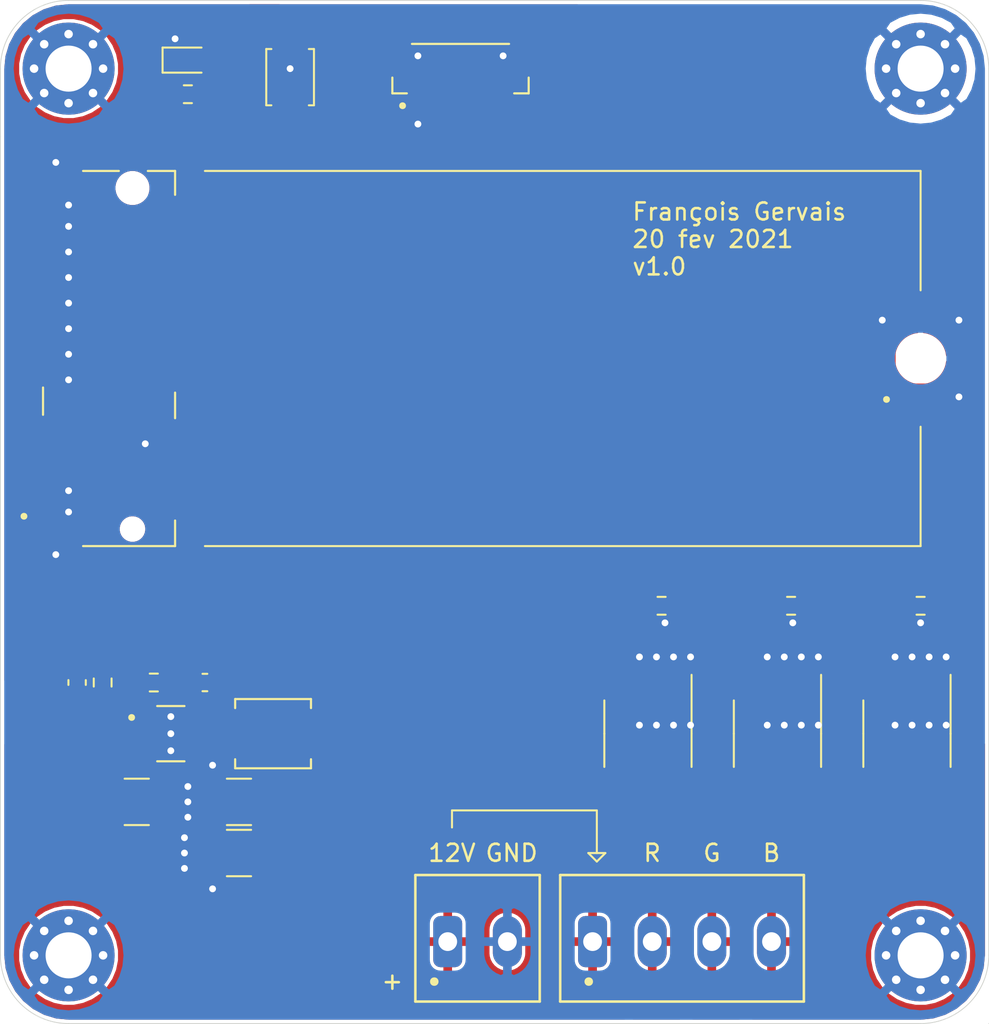
<source format=kicad_pcb>
(kicad_pcb (version 20171130) (host pcbnew 5.1.7-a382d34a8~88~ubuntu18.04.1)
  (layers (0 F.Cu signal) (31 B.Cu signal hide) (34 B.Paste user hide) (35 F.Paste user hide) (36 B.SilkS user) (37 F.SilkS user) (38 B.Mask user hide) (39 F.Mask user hide) (44 Edge.Cuts user))
  (net 0 "")
  (net 1 "Net-(J1-Pad73)")
  (net 2 "Net-(J1-Pad71)")
  (net 3 "Net-(J1-Pad70)")
  (net 4 "Net-(J1-Pad68)")
  (net 5 "Net-(J1-Pad67)")
  (net 6 "Net-(J1-Pad66)")
  (net 7 "Net-(J1-Pad65)")
  (net 8 "Net-(J1-Pad62)")
  (net 9 "Net-(J1-Pad56)")
  (net 10 "Net-(J1-Pad55)")
  (net 11 "Net-(J1-Pad54)")
  (net 12 "Net-(J1-Pad53)")
  (net 13 "Net-(J1-Pad52)")
  (net 14 "Net-(J1-Pad49)")
  (net 15 "Net-(J1-Pad48)")
  (net 16 "Net-(J1-Pad47)")
  (net 17 "Net-(J1-Pad46)")
  (net 18 "Net-(J1-Pad44)")
  (net 19 "Net-(J1-Pad42)")
  (net 20 "Net-(J1-Pad40)")
  (net 21 "Net-(J1-Pad38)")
  (net 22 "Net-(J1-Pad37)")
  (net 23 "Net-(J1-Pad35)")
  (net 24 "Net-(J1-Pad23)")
  (net 25 "Net-(J1-Pad21)")
  (net 26 "Net-(J1-Pad20)")
  (net 27 "Net-(J1-Pad17)")
  (net 28 "Net-(J1-Pad16)")
  (net 29 "Net-(J1-Pad9)")
  (net 30 "Net-(J1-Pad5)")
  (net 31 "Net-(J1-Pad3)")
  (net 32 "Net-(J1-Pad2)")
  (net 33 "Net-(J1-Pad4)")
  (net 34 "Net-(J1-Pad6)")
  (net 35 GND)
  (net 36 +5V)
  (net 37 /GPIO25-DAC1)
  (net 38 /GPIO26-DAC2)
  (net 39 /GPIO33)
  (net 40 /GPIO27)
  (net 41 /GPIO32)
  (net 42 /RESET)
  (net 43 /GPIO21)
  (net 44 /GPIO22)
  (net 45 /DTR)
  (net 46 /RTS)
  (net 47 /RX)
  (net 48 /TX)
  (net 49 /GPIO16)
  (net 50 /GPIO4)
  (net 51 /GPIO5)
  (net 52 /GPIO2)
  (net 53 /GPIO15)
  (net 54 /GPIO18)
  (net 55 /GPIO19)
  (net 56 /GPIO23)
  (net 57 +12V)
  (net 58 "Net-(C2-Pad2)")
  (net 59 "Net-(C2-Pad1)")
  (net 60 "Net-(C3-Pad2)")
  (net 61 "Net-(D1-Pad2)")
  (net 62 /BLUE)
  (net 63 /GREEN)
  (net 64 /RED)
  (net 65 "Net-(U1-Pad2)")
  (module Conn_Molex_393570004:Molex-393570004-MFG (layer F.Cu) (at 86 134)
    (fp_text reference J3 hide)
    (fp_text value Screw_Terminal_01x04 hide)
    (pad 4 thru_hole oval (at 5.25 0.195001 90) (size 3 1.7) (drill 1.1) (layers *.Cu *.Mask) (net 62 /BLUE))
    (pad 3 thru_hole oval (at 1.75 0.195001 90) (size 3 1.7) (drill 1.1) (layers *.Cu *.Mask) (net 63 /GREEN))
    (pad 2 thru_hole oval (at -1.75 0.195001 90) (size 3 1.7) (drill 1.1) (layers *.Cu *.Mask) (net 64 /RED))
    (pad 1 thru_hole roundrect (at -5.25 0.195001 90) (size 3 1.7) (drill 1.1) (layers *.Cu *.Mask) (net 57 +12V))
  )
  (module Conn_Molex_393570002:Molex-393570002-MFG (layer F.Cu) (at 74 134)
    (fp_text reference J4 hide)
    (fp_text value Screw_Terminal_01x02 hide)
    (pad 2 thru_hole oval (at 1.75 0.195) (size 1.7 3) (drill 1.1) (layers *.Cu *.Mask) (net 35 GND))
    (pad 1 thru_hole roundrect (at -1.75 0.195) (size 1.7 3) (drill 1.1) (layers *.Cu *.Mask) (net 57 +12V))
  )
  (module MountingHole:MountingHole_2.7mm_M2.5_Pad_Via (layer F.Cu) (at 100 135)
    (fp_text reference REF** hide)
    (fp_text value MountingHole_2.7mm_M2.5_Pad_Via hide)
    (pad 1 thru_hole circle (at 0 0) (size 5.4 5.4) (drill 2.7) (layers *.Cu *.Mask) (net 35 GND))
    (pad 1 thru_hole circle (at 2.025 0) (size 0.8 0.8) (drill 0.5) (layers *.Cu *.Mask))
    (pad 1 thru_hole circle (at 1.431891 1.431891) (size 0.8 0.8) (drill 0.5) (layers *.Cu *.Mask) (net 35 GND))
    (pad 1 thru_hole circle (at 0 2.025) (size 0.8 0.8) (drill 0.5) (layers *.Cu *.Mask))
    (pad 1 thru_hole circle (at -1.431891 1.431891) (size 0.8 0.8) (drill 0.5) (layers *.Cu *.Mask) (net 35 GND))
    (pad 1 thru_hole circle (at -2.025 0) (size 0.8 0.8) (drill 0.5) (layers *.Cu *.Mask))
    (pad 1 thru_hole circle (at -1.431891 -1.431891) (size 0.8 0.8) (drill 0.5) (layers *.Cu *.Mask) (net 35 GND))
    (pad 1 thru_hole circle (at 0 -2.025) (size 0.8 0.8) (drill 0.5) (layers *.Cu *.Mask))
    (pad 1 thru_hole circle (at 1.431891 -1.431891) (size 0.8 0.8) (drill 0.5) (layers *.Cu *.Mask) (net 35 GND))
  )
  (module SM3ZS067U410-NUT1-R1200:JAE_SM3ZS067U410-NUT1-R1200 (layer F.Cu) (at 100 100 90)
    (fp_text reference MP1 hide)
    (fp_text value SM3ZS067U410-NUT1-R1200 hide)
    (fp_poly (pts (xy -1.5 -0.15) (xy -2.5 -0.15) (xy -2.491986 -0.248879) (xy -2.476916 -0.369019) (xy -2.456063 -0.488293) (xy -2.429478 -0.60642) (xy -2.397222 -0.723127) (xy -2.359371 -0.838141) (xy -2.316012 -0.951193) (xy -2.267246 -1.062021) (xy -2.213188 -1.170366) (xy -2.153963 -1.275975) (xy -2.08971 -1.378603) (xy -2.020578 -1.478009) (xy -1.946728 -1.573963) (xy -1.868333 -1.66624) (xy -1.785575 -1.754626) (xy -1.698647 -1.838914) (xy -1.607752 -1.918907) (xy -1.513102 -1.994421) (xy -1.414917 -2.065277) (xy -1.313426 -2.131312) (xy -1.208867 -2.192371) (xy -1.101482 -2.248312) (xy -0.991522 -2.299004) (xy -0.879243 -2.344329) (xy -0.764908 -2.384182) (xy -0.648782 -2.41847) (xy -0.531136 -2.447113) (xy -0.412245 -2.470044) (xy -0.292386 -2.487209) (xy -0.15 -2.5) (xy -0.15 -1.5) (xy -0.231438 -1.489904) (xy -0.299369 -1.477987) (xy -0.366682 -1.462962) (xy -0.433233 -1.44486) (xy -0.498881 -1.423719) (xy -0.56349 -1.399584) (xy -0.626921 -1.372507) (xy -0.689041 -1.342544) (xy -0.749719 -1.309758) (xy -0.808826 -1.274219) (xy -0.866239 -1.236002) (xy -0.921835 -1.195188) (xy -0.975497 -1.151862) (xy -1.027111 -1.106117) (xy -1.07657 -1.058049) (xy -1.123768 -1.007759) (xy -1.168605 -0.955354) (xy -1.210988 -0.900944) (xy -1.250825 -0.844644) (xy -1.288034 -0.786574) (xy -1.322536 -0.726855) (xy -1.354258 -0.665614) (xy -1.383132 -0.60298) (xy -1.409099 -0.539086) (xy -1.432102 -0.474067) (xy -1.452094 -0.408059) (xy -1.469032 -0.341202) (xy -1.48288 -0.273638) (xy -1.49361 -0.205509) (xy -1.5 -0.15)) (layer F.Cu) (width 0.01))
    (fp_poly (pts (xy -0.15 1.5) (xy -0.15 2.5) (xy -0.292386 2.487209) (xy -0.412245 2.470044) (xy -0.531136 2.447113) (xy -0.648782 2.41847) (xy -0.764908 2.384182) (xy -0.879243 2.344329) (xy -0.991522 2.299004) (xy -1.101482 2.248312) (xy -1.208867 2.192371) (xy -1.313426 2.131312) (xy -1.414917 2.065277) (xy -1.513102 1.994421) (xy -1.607752 1.918907) (xy -1.698647 1.838914) (xy -1.785575 1.754626) (xy -1.868333 1.66624) (xy -1.946728 1.573963) (xy -2.020578 1.478009) (xy -2.08971 1.378603) (xy -2.153963 1.275975) (xy -2.213188 1.170366) (xy -2.267246 1.062021) (xy -2.316012 0.951193) (xy -2.359371 0.838141) (xy -2.397222 0.723127) (xy -2.429478 0.60642) (xy -2.456063 0.488293) (xy -2.476916 0.369019) (xy -2.491986 0.248879) (xy -2.5 0.15) (xy -1.5 0.15) (xy -1.49361 0.205509) (xy -1.48288 0.273638) (xy -1.469032 0.341202) (xy -1.452094 0.408059) (xy -1.432102 0.474067) (xy -1.409099 0.539086) (xy -1.383132 0.60298) (xy -1.354258 0.665614) (xy -1.322536 0.726855) (xy -1.288034 0.786574) (xy -1.250825 0.844644) (xy -1.210988 0.900944) (xy -1.168605 0.955354) (xy -1.123768 1.007759) (xy -1.07657 1.058049) (xy -1.027111 1.106117) (xy -0.975497 1.151862) (xy -0.921835 1.195188) (xy -0.866239 1.236002) (xy -0.808826 1.274219) (xy -0.749719 1.309758) (xy -0.689041 1.342544) (xy -0.626921 1.372507) (xy -0.56349 1.399584) (xy -0.498881 1.423719) (xy -0.433233 1.44486) (xy -0.366682 1.462962) (xy -0.299369 1.477987) (xy -0.231438 1.489904) (xy -0.15 1.5)) (layer F.Cu) (width 0.01))
    (fp_poly (pts (xy 1.5 0.15) (xy 2.5 0.15) (xy 2.491839 0.25033) (xy 2.476481 0.371905) (xy 2.455202 0.492584) (xy 2.428053 0.612079) (xy 2.3951 0.730106) (xy 2.35642 0.846382) (xy 2.312106 0.96063) (xy 2.262264 1.072576) (xy 2.207013 1.181954) (xy 2.146485 1.288503) (xy 2.080825 1.391967) (xy 2.010188 1.492101) (xy 1.934745 1.588664) (xy 1.854674 1.681427) (xy 1.770168 1.770168) (xy 1.681427 1.854674) (xy 1.588664 1.934745) (xy 1.492101 2.010188) (xy 1.391967 2.080825) (xy 1.288503 2.146485) (xy 1.181954 2.207013) (xy 1.072576 2.262264) (xy 0.96063 2.312106) (xy 0.846382 2.35642) (xy 0.730106 2.3951) (xy 0.612079 2.428053) (xy 0.492584 2.455202) (xy 0.371905 2.476481) (xy 0.25033 2.491839) (xy 0.15 2.5) (xy 0.15 1.5) (xy 0.206374 1.493494) (xy 0.275356 1.482568) (xy 0.343755 1.468445) (xy 0.411422 1.451155) (xy 0.478212 1.430735) (xy 0.54398 1.40723) (xy 0.608583 1.380691) (xy 0.671881 1.351174) (xy 0.733737 1.318745) (xy 0.794018 1.283473) (xy 0.852592 1.245434) (xy 0.909333 1.204711) (xy 0.964118 1.161393) (xy 1.016828 1.115573) (xy 1.06735 1.06735) (xy 1.115573 1.016828) (xy 1.161393 0.964118) (xy 1.204711 0.909333) (xy 1.245434 0.852592) (xy 1.283473 0.794018) (xy 1.318745 0.733737) (xy 1.351174 0.671881) (xy 1.380691 0.608583) (xy 1.40723 0.54398) (xy 1.430735 0.478212) (xy 1.451155 0.411422) (xy 1.468445 0.343755) (xy 1.482568 0.275356) (xy 1.493494 0.206374) (xy 1.5 0.15)) (layer F.Cu) (width 0.01))
    (fp_poly (pts (xy 0.15 -1.5) (xy 0.15 -2.5) (xy 0.25033 -2.491839) (xy 0.371905 -2.476481) (xy 0.492584 -2.455202) (xy 0.612079 -2.428053) (xy 0.730106 -2.3951) (xy 0.846382 -2.35642) (xy 0.96063 -2.312106) (xy 1.072576 -2.262264) (xy 1.181954 -2.207013) (xy 1.288503 -2.146485) (xy 1.391967 -2.080825) (xy 1.492101 -2.010188) (xy 1.588664 -1.934745) (xy 1.681427 -1.854674) (xy 1.770168 -1.770168) (xy 1.854674 -1.681427) (xy 1.934745 -1.588664) (xy 2.010188 -1.492101) (xy 2.080825 -1.391967) (xy 2.146485 -1.288503) (xy 2.207013 -1.181954) (xy 2.262264 -1.072576) (xy 2.312106 -0.96063) (xy 2.35642 -0.846382) (xy 2.3951 -0.730106) (xy 2.428053 -0.612079) (xy 2.455202 -0.492584) (xy 2.476481 -0.371905) (xy 2.491839 -0.25033) (xy 2.5 -0.15) (xy 1.5 -0.15) (xy 1.493494 -0.206374) (xy 1.482568 -0.275356) (xy 1.468445 -0.343755) (xy 1.451155 -0.411422) (xy 1.430735 -0.478212) (xy 1.40723 -0.54398) (xy 1.380691 -0.608583) (xy 1.351174 -0.671881) (xy 1.318745 -0.733737) (xy 1.283473 -0.794018) (xy 1.245434 -0.852592) (xy 1.204711 -0.909333) (xy 1.161393 -0.964118) (xy 1.115573 -1.016828) (xy 1.06735 -1.06735) (xy 1.016828 -1.115573) (xy 0.964118 -1.161393) (xy 0.909333 -1.204711) (xy 0.852592 -1.245434) (xy 0.794018 -1.283473) (xy 0.733737 -1.318745) (xy 0.671881 -1.351174) (xy 0.608583 -1.380691) (xy 0.54398 -1.40723) (xy 0.478212 -1.430735) (xy 0.411422 -1.451155) (xy 0.343755 -1.468445) (xy 0.275356 -1.482568) (xy 0.206374 -1.493494) (xy 0.15 -1.5)) (layer F.Cu) (width 0.01))
    (pad 4 smd rect (at 1.27 -1.27 90) (size 0.25 0.25) (layers F.Cu) (net 35 GND))
    (pad 3 smd rect (at 1.27 1.27 90) (size 0.25 0.25) (layers F.Cu) (net 35 GND))
    (pad 2 smd rect (at -1.27 1.27 90) (size 0.25 0.25) (layers F.Cu) (net 35 GND))
    (pad 1 smd rect (at -1.27 -1.27 90) (size 0.25 0.25) (layers F.Cu) (net 35 GND))
    (pad None np_thru_hole circle (at 0 0 90) (size 2.63 2.63) (drill 2.63) (layers *.Cu *.Mask))
  )
  (module MountingHole:MountingHole_2.7mm_M2.5_Pad_Via (layer F.Cu) (at 50 135)
    (fp_text reference REF** hide)
    (fp_text value MountingHole_2.7mm_M2.5_Pad_Via hide)
    (pad 1 thru_hole circle (at 0 0) (size 5.4 5.4) (drill 2.7) (layers *.Cu *.Mask) (net 35 GND))
    (pad 1 thru_hole circle (at 2.025 0) (size 0.8 0.8) (drill 0.5) (layers *.Cu *.Mask))
    (pad 1 thru_hole circle (at 1.431891 1.431891) (size 0.8 0.8) (drill 0.5) (layers *.Cu *.Mask) (net 35 GND))
    (pad 1 thru_hole circle (at 0 2.025) (size 0.8 0.8) (drill 0.5) (layers *.Cu *.Mask))
    (pad 1 thru_hole circle (at -1.431891 1.431891) (size 0.8 0.8) (drill 0.5) (layers *.Cu *.Mask) (net 35 GND))
    (pad 1 thru_hole circle (at -2.025 0) (size 0.8 0.8) (drill 0.5) (layers *.Cu *.Mask))
    (pad 1 thru_hole circle (at -1.431891 -1.431891) (size 0.8 0.8) (drill 0.5) (layers *.Cu *.Mask) (net 35 GND))
    (pad 1 thru_hole circle (at 0 -2.025) (size 0.8 0.8) (drill 0.5) (layers *.Cu *.Mask))
    (pad 1 thru_hole circle (at 1.431891 -1.431891) (size 0.8 0.8) (drill 0.5) (layers *.Cu *.Mask) (net 35 GND))
  )
  (module MountingHole:MountingHole_2.7mm_M2.5_Pad_Via (layer F.Cu) (at 50 83)
    (fp_text reference REF** hide)
    (fp_text value MountingHole_2.7mm_M2.5_Pad_Via hide)
    (pad 1 thru_hole circle (at 0 0) (size 5.4 5.4) (drill 2.7) (layers *.Cu *.Mask) (net 35 GND))
    (pad 1 thru_hole circle (at 2.025 0) (size 0.8 0.8) (drill 0.5) (layers *.Cu *.Mask))
    (pad 1 thru_hole circle (at 1.431891 1.431891) (size 0.8 0.8) (drill 0.5) (layers *.Cu *.Mask) (net 35 GND))
    (pad 1 thru_hole circle (at 0 2.025) (size 0.8 0.8) (drill 0.5) (layers *.Cu *.Mask))
    (pad 1 thru_hole circle (at -1.431891 1.431891) (size 0.8 0.8) (drill 0.5) (layers *.Cu *.Mask) (net 35 GND))
    (pad 1 thru_hole circle (at -2.025 0) (size 0.8 0.8) (drill 0.5) (layers *.Cu *.Mask))
    (pad 1 thru_hole circle (at -1.431891 -1.431891) (size 0.8 0.8) (drill 0.5) (layers *.Cu *.Mask) (net 35 GND))
    (pad 1 thru_hole circle (at 0 -2.025) (size 0.8 0.8) (drill 0.5) (layers *.Cu *.Mask))
    (pad 1 thru_hole circle (at 1.431891 -1.431891) (size 0.8 0.8) (drill 0.5) (layers *.Cu *.Mask) (net 35 GND))
  )
  (module MountingHole:MountingHole_2.7mm_M2.5_Pad_Via (layer F.Cu) (at 100 83)
    (fp_text reference REF** hide)
    (fp_text value MountingHole_2.7mm_M2.5_Pad_Via hide)
    (pad 1 thru_hole circle (at 1.431891 -1.431891) (size 0.8 0.8) (drill 0.5) (layers *.Cu *.Mask) (net 35 GND))
    (pad 1 thru_hole circle (at 0 -2.025) (size 0.8 0.8) (drill 0.5) (layers *.Cu *.Mask))
    (pad 1 thru_hole circle (at -1.431891 -1.431891) (size 0.8 0.8) (drill 0.5) (layers *.Cu *.Mask) (net 35 GND))
    (pad 1 thru_hole circle (at -2.025 0) (size 0.8 0.8) (drill 0.5) (layers *.Cu *.Mask))
    (pad 1 thru_hole circle (at -1.431891 1.431891) (size 0.8 0.8) (drill 0.5) (layers *.Cu *.Mask) (net 35 GND))
    (pad 1 thru_hole circle (at 0 2.025) (size 0.8 0.8) (drill 0.5) (layers *.Cu *.Mask))
    (pad 1 thru_hole circle (at 1.431891 1.431891) (size 0.8 0.8) (drill 0.5) (layers *.Cu *.Mask) (net 35 GND))
    (pad 1 thru_hole circle (at 2.025 0) (size 0.8 0.8) (drill 0.5) (layers *.Cu *.Mask))
    (pad 1 thru_hole circle (at 0 0) (size 5.4 5.4) (drill 2.7) (layers *.Cu *.Mask) (net 35 GND))
  )
  (module AP63300WU-7:SOT95P280X100-6N (layer F.Cu) (at 56 122)
    (fp_text reference U1 hide)
    (fp_text value AP63300WU-7)
    (pad 1 smd rect (at -1.185 -0.95) (size 1.24 0.55) (layers F.Cu F.Paste F.Mask) (net 60 "Net-(C3-Pad2)"))
    (pad 2 smd rect (at -1.185 0) (size 1.24 0.55) (layers F.Cu F.Paste F.Mask) (net 65 "Net-(U1-Pad2)"))
    (pad 3 smd rect (at -1.185 0.95) (size 1.24 0.55) (layers F.Cu F.Paste F.Mask) (net 57 +12V))
    (pad 4 smd rect (at 1.185 0.95) (size 1.24 0.55) (layers F.Cu F.Paste F.Mask) (net 35 GND))
    (pad 5 smd rect (at 1.185 0) (size 1.24 0.55) (layers F.Cu F.Paste F.Mask) (net 58 "Net-(C2-Pad2)"))
    (pad 6 smd rect (at 1.185 -0.95) (size 1.24 0.55) (layers F.Cu F.Paste F.Mask) (net 59 "Net-(C2-Pad1)"))
  )
  (module Button_Switch_SMD:SW_SPST_B3U-1000P (layer F.Cu) (at 63 83.5 90)
    (fp_text reference SW1 hide)
    (fp_text value SW_SPST hide)
    (pad 1 smd rect (at -1.7 0 90) (size 0.9 1.7) (layers F.Cu F.Paste F.Mask) (net 42 /RESET))
    (pad 2 smd rect (at 1.7 0 90) (size 0.9 1.7) (layers F.Cu F.Paste F.Mask) (net 35 GND))
  )
  (module Resistor_SMD:R_0603_1608Metric (layer F.Cu) (at 57 84.5 180)
    (fp_text reference R6 hide)
    (fp_text value 10k)
    (pad 1 smd roundrect (at -0.825 0 180) (size 0.8 0.95) (layers F.Cu F.Paste F.Mask) (net 61 "Net-(D1-Pad2)"))
    (pad 2 smd roundrect (at 0.825 0 180) (size 0.8 0.95) (layers F.Cu F.Paste F.Mask) (net 36 +5V))
  )
  (module Resistor_SMD:R_0603_1608Metric (layer F.Cu) (at 100 114.5)
    (fp_text reference R5 hide)
    (fp_text value 10k)
    (pad 1 smd roundrect (at -0.825 0) (size 0.8 0.95) (layers F.Cu F.Paste F.Mask) (net 51 /GPIO5))
    (pad 2 smd roundrect (at 0.825 0) (size 0.8 0.95) (layers F.Cu F.Paste F.Mask) (net 35 GND))
  )
  (module Resistor_SMD:R_0603_1608Metric (layer F.Cu) (at 92.4 114.5)
    (fp_text reference R4 hide)
    (fp_text value 10k)
    (pad 1 smd roundrect (at -0.825 0) (size 0.8 0.95) (layers F.Cu F.Paste F.Mask) (net 56 /GPIO23))
    (pad 2 smd roundrect (at 0.825 0) (size 0.8 0.95) (layers F.Cu F.Paste F.Mask) (net 35 GND))
  )
  (module Resistor_SMD:R_0603_1608Metric (layer F.Cu) (at 55 119)
    (fp_text reference R3 hide)
    (fp_text value 30.1k)
    (pad 1 smd roundrect (at -0.825 0) (size 0.8 0.95) (layers F.Cu F.Paste F.Mask) (net 60 "Net-(C3-Pad2)"))
    (pad 2 smd roundrect (at 0.825 0) (size 0.8 0.95) (layers F.Cu F.Paste F.Mask) (net 35 GND))
  )
  (module Resistor_SMD:R_0603_1608Metric (layer F.Cu) (at 52 119 270)
    (fp_text reference R2 hide)
    (fp_text value 158k)
    (pad 1 smd roundrect (at -0.825 0 270) (size 0.8 0.95) (layers F.Cu F.Paste F.Mask) (net 36 +5V))
    (pad 2 smd roundrect (at 0.825 0 270) (size 0.8 0.95) (layers F.Cu F.Paste F.Mask) (net 60 "Net-(C3-Pad2)"))
  )
  (module Resistor_SMD:R_0603_1608Metric (layer F.Cu) (at 84.8 114.5)
    (fp_text reference R1 hide)
    (fp_text value 10k)
    (pad 1 smd roundrect (at -0.825 0) (size 0.8 0.95) (layers F.Cu F.Paste F.Mask) (net 55 /GPIO19))
    (pad 2 smd roundrect (at 0.825 0) (size 0.8 0.95) (layers F.Cu F.Paste F.Mask) (net 35 GND))
  )
  (module Package_SO:SOIC-8_3.9x4.9mm_P1.27mm (layer F.Cu) (at 99.2 122 270)
    (fp_text reference Q3 hide)
    (fp_text value IRF8736TRPBF‎)
    (pad 8 smd roundrect (at 2.475 -1.905 270) (size 1.95 0.6) (layers F.Cu F.Paste F.Mask) (net 62 /BLUE))
    (pad 7 smd roundrect (at 2.475 -0.635 270) (size 1.95 0.6) (layers F.Cu F.Paste F.Mask) (net 62 /BLUE))
    (pad 6 smd roundrect (at 2.475 0.635 270) (size 1.95 0.6) (layers F.Cu F.Paste F.Mask) (net 62 /BLUE))
    (pad 5 smd roundrect (at 2.475 1.905 270) (size 1.95 0.6) (layers F.Cu F.Paste F.Mask) (net 62 /BLUE))
    (pad 4 smd roundrect (at -2.475 1.905 270) (size 1.95 0.6) (layers F.Cu F.Paste F.Mask) (net 51 /GPIO5))
    (pad 3 smd roundrect (at -2.475 0.635 270) (size 1.95 0.6) (layers F.Cu F.Paste F.Mask) (net 35 GND))
    (pad 2 smd roundrect (at -2.475 -0.635 270) (size 1.95 0.6) (layers F.Cu F.Paste F.Mask) (net 35 GND))
    (pad 1 smd roundrect (at -2.475 -1.905 270) (size 1.95 0.6) (layers F.Cu F.Paste F.Mask) (net 35 GND))
  )
  (module Package_SO:SOIC-8_3.9x4.9mm_P1.27mm (layer F.Cu) (at 91.6 122 270)
    (fp_text reference Q2 hide)
    (fp_text value IRF8736TRPBF‎)
    (pad 8 smd roundrect (at 2.475 -1.905 270) (size 1.95 0.6) (layers F.Cu F.Paste F.Mask) (net 63 /GREEN))
    (pad 7 smd roundrect (at 2.475 -0.635 270) (size 1.95 0.6) (layers F.Cu F.Paste F.Mask) (net 63 /GREEN))
    (pad 6 smd roundrect (at 2.475 0.635 270) (size 1.95 0.6) (layers F.Cu F.Paste F.Mask) (net 63 /GREEN))
    (pad 5 smd roundrect (at 2.475 1.905 270) (size 1.95 0.6) (layers F.Cu F.Paste F.Mask) (net 63 /GREEN))
    (pad 4 smd roundrect (at -2.475 1.905 270) (size 1.95 0.6) (layers F.Cu F.Paste F.Mask) (net 56 /GPIO23))
    (pad 3 smd roundrect (at -2.475 0.635 270) (size 1.95 0.6) (layers F.Cu F.Paste F.Mask) (net 35 GND))
    (pad 2 smd roundrect (at -2.475 -0.635 270) (size 1.95 0.6) (layers F.Cu F.Paste F.Mask) (net 35 GND))
    (pad 1 smd roundrect (at -2.475 -1.905 270) (size 1.95 0.6) (layers F.Cu F.Paste F.Mask) (net 35 GND))
  )
  (module Package_SO:SOIC-8_3.9x4.9mm_P1.27mm (layer F.Cu) (at 84 122 270)
    (fp_text reference Q1 hide)
    (fp_text value IRF8736TRPBF‎)
    (pad 8 smd roundrect (at 2.475 -1.905 270) (size 1.95 0.6) (layers F.Cu F.Paste F.Mask) (net 64 /RED))
    (pad 7 smd roundrect (at 2.475 -0.635 270) (size 1.95 0.6) (layers F.Cu F.Paste F.Mask) (net 64 /RED))
    (pad 6 smd roundrect (at 2.475 0.635 270) (size 1.95 0.6) (layers F.Cu F.Paste F.Mask) (net 64 /RED))
    (pad 5 smd roundrect (at 2.475 1.905 270) (size 1.95 0.6) (layers F.Cu F.Paste F.Mask) (net 64 /RED))
    (pad 4 smd roundrect (at -2.475 1.905 270) (size 1.95 0.6) (layers F.Cu F.Paste F.Mask) (net 55 /GPIO19))
    (pad 3 smd roundrect (at -2.475 0.635 270) (size 1.95 0.6) (layers F.Cu F.Paste F.Mask) (net 35 GND))
    (pad 2 smd roundrect (at -2.475 -0.635 270) (size 1.95 0.6) (layers F.Cu F.Paste F.Mask) (net 35 GND))
    (pad 1 smd roundrect (at -2.475 -1.905 270) (size 1.95 0.6) (layers F.Cu F.Paste F.Mask) (net 35 GND))
  )
  (module SRP4020TA-6R8M:IND_SRP4020TA-6R8M (layer F.Cu) (at 62 122)
    (fp_text reference L1)
    (fp_text value 6.8uH)
    (pad 1 smd rect (at -1.85 0) (size 1.5 2.4) (layers F.Cu F.Paste F.Mask) (net 58 "Net-(C2-Pad2)"))
    (pad 2 smd rect (at 1.85 0) (size 1.5 2.4) (layers F.Cu F.Paste F.Mask) (net 36 +5V))
  )
  (module "BM06B-SRSS-TB(LF)(SN):JST_BM06B-SRSS-TB(LF)(SN)" (layer F.Cu) (at 73 83)
    (fp_text reference J2 hide)
    (fp_text value "BM06B-SRSS-TB(LF)(SN)")
    (pad S2 smd rect (at 3.8 -0.75) (size 1.2 1.8) (layers F.Cu F.Paste F.Mask) (net 35 GND))
    (pad S1 smd rect (at -3.8 -0.75) (size 1.2 1.8) (layers F.Cu F.Paste F.Mask) (net 35 GND))
    (pad 6 smd rect (at 2.5 1.775) (size 0.6 1.55) (layers F.Cu F.Paste F.Mask) (net 36 +5V))
    (pad 5 smd rect (at 1.5 1.775) (size 0.6 1.55) (layers F.Cu F.Paste F.Mask) (net 48 /TX))
    (pad 4 smd rect (at 0.5 1.775) (size 0.6 1.55) (layers F.Cu F.Paste F.Mask) (net 47 /RX))
    (pad 1 smd rect (at -2.5 1.775) (size 0.6 1.55) (layers F.Cu F.Paste F.Mask) (net 35 GND))
    (pad 2 smd rect (at -1.5 1.775) (size 0.6 1.55) (layers F.Cu F.Paste F.Mask) (net 46 /RTS))
    (pad 3 smd rect (at -0.5 1.775) (size 0.6 1.55) (layers F.Cu F.Paste F.Mask) (net 45 /DTR))
  )
  (module 2199230-4:TE_2199230-4 (layer F.Cu) (at 52.375 100 90)
    (fp_text reference J1 hide)
    (fp_text value 2199230-4)
    (pad 75 smd rect (at 9.25 -3.9 90) (size 0.3 1.55) (layers F.Cu F.Paste F.Mask) (net 35 GND))
    (pad 74 smd rect (at 9 3.65 90) (size 0.3 1.55) (layers F.Cu F.Paste F.Mask) (net 36 +5V))
    (pad 73 smd rect (at 8.75 -3.9 90) (size 0.3 1.55) (layers F.Cu F.Paste F.Mask) (net 1 "Net-(J1-Pad73)"))
    (pad 72 smd rect (at 8.5 3.65 90) (size 0.3 1.55) (layers F.Cu F.Paste F.Mask) (net 36 +5V))
    (pad 71 smd rect (at 8.25 -3.9 90) (size 0.3 1.55) (layers F.Cu F.Paste F.Mask) (net 2 "Net-(J1-Pad71)"))
    (pad 70 smd rect (at 8 3.65 90) (size 0.3 1.55) (layers F.Cu F.Paste F.Mask) (net 3 "Net-(J1-Pad70)"))
    (pad 69 smd rect (at 7.75 -3.9 90) (size 0.3 1.55) (layers F.Cu F.Paste F.Mask) (net 35 GND))
    (pad 68 smd rect (at 7.5 3.65 90) (size 0.3 1.55) (layers F.Cu F.Paste F.Mask) (net 4 "Net-(J1-Pad68)"))
    (pad 67 smd rect (at 7.25 -3.9 90) (size 0.3 1.55) (layers F.Cu F.Paste F.Mask) (net 5 "Net-(J1-Pad67)"))
    (pad 66 smd rect (at 7 3.65 90) (size 0.3 1.55) (layers F.Cu F.Paste F.Mask) (net 6 "Net-(J1-Pad66)"))
    (pad 65 smd rect (at 6.75 -3.9 90) (size 0.3 1.55) (layers F.Cu F.Paste F.Mask) (net 7 "Net-(J1-Pad65)"))
    (pad 64 smd rect (at 6.5 3.65 90) (size 0.3 1.55) (layers F.Cu F.Paste F.Mask) (net 37 /GPIO25-DAC1))
    (pad 63 smd rect (at 6.25 -3.9 90) (size 0.3 1.55) (layers F.Cu F.Paste F.Mask) (net 35 GND))
    (pad 62 smd rect (at 6 3.65 90) (size 0.3 1.55) (layers F.Cu F.Paste F.Mask) (net 8 "Net-(J1-Pad62)"))
    (pad 61 smd rect (at 5.75 -3.9 90) (size 0.3 1.55) (layers F.Cu F.Paste F.Mask) (net 38 /GPIO26-DAC2))
    (pad 60 smd rect (at 5.5 3.65 90) (size 0.3 1.55) (layers F.Cu F.Paste F.Mask) (net 39 /GPIO33))
    (pad 59 smd rect (at 5.25 -3.9 90) (size 0.3 1.55) (layers F.Cu F.Paste F.Mask) (net 40 /GPIO27))
    (pad 58 smd rect (at 5 3.65 90) (size 0.3 1.55) (layers F.Cu F.Paste F.Mask) (net 41 /GPIO32))
    (pad 57 smd rect (at 4.75 -3.9 90) (size 0.3 1.55) (layers F.Cu F.Paste F.Mask) (net 35 GND))
    (pad 56 smd rect (at 4.5 3.65 90) (size 0.3 1.55) (layers F.Cu F.Paste F.Mask) (net 9 "Net-(J1-Pad56)"))
    (pad 55 smd rect (at 4.25 -3.9 90) (size 0.3 1.55) (layers F.Cu F.Paste F.Mask) (net 10 "Net-(J1-Pad55)"))
    (pad 54 smd rect (at 4 3.65 90) (size 0.3 1.55) (layers F.Cu F.Paste F.Mask) (net 11 "Net-(J1-Pad54)"))
    (pad 53 smd rect (at 3.75 -3.9 90) (size 0.3 1.55) (layers F.Cu F.Paste F.Mask) (net 12 "Net-(J1-Pad53)"))
    (pad 52 smd rect (at 3.5 3.65 90) (size 0.3 1.55) (layers F.Cu F.Paste F.Mask) (net 13 "Net-(J1-Pad52)"))
    (pad 51 smd rect (at 3.25 -3.9 90) (size 0.3 1.55) (layers F.Cu F.Paste F.Mask) (net 35 GND))
    (pad 50 smd rect (at 3 3.65 90) (size 0.3 1.55) (layers F.Cu F.Paste F.Mask) (net 42 /RESET))
    (pad 49 smd rect (at 2.75 -3.9 90) (size 0.3 1.55) (layers F.Cu F.Paste F.Mask) (net 14 "Net-(J1-Pad49)"))
    (pad 48 smd rect (at 2.5 3.65 90) (size 0.3 1.55) (layers F.Cu F.Paste F.Mask) (net 15 "Net-(J1-Pad48)"))
    (pad 47 smd rect (at 2.25 -3.9 90) (size 0.3 1.55) (layers F.Cu F.Paste F.Mask) (net 16 "Net-(J1-Pad47)"))
    (pad 46 smd rect (at 2 3.65 90) (size 0.3 1.55) (layers F.Cu F.Paste F.Mask) (net 17 "Net-(J1-Pad46)"))
    (pad 45 smd rect (at 1.75 -3.9 90) (size 0.3 1.55) (layers F.Cu F.Paste F.Mask) (net 35 GND))
    (pad 44 smd rect (at 1.5 3.65 90) (size 0.3 1.55) (layers F.Cu F.Paste F.Mask) (net 18 "Net-(J1-Pad44)"))
    (pad 43 smd rect (at 1.25 -3.9 90) (size 0.3 1.55) (layers F.Cu F.Paste F.Mask) (net 43 /GPIO21))
    (pad 42 smd rect (at 1 3.65 90) (size 0.3 1.55) (layers F.Cu F.Paste F.Mask) (net 19 "Net-(J1-Pad42)"))
    (pad 41 smd rect (at 0.75 -3.9 90) (size 0.3 1.55) (layers F.Cu F.Paste F.Mask) (net 44 /GPIO22))
    (pad 40 smd rect (at 0.5 3.65 90) (size 0.3 1.55) (layers F.Cu F.Paste F.Mask) (net 20 "Net-(J1-Pad40)"))
    (pad 39 smd rect (at 0.25 -3.9 90) (size 0.3 1.55) (layers F.Cu F.Paste F.Mask) (net 35 GND))
    (pad 38 smd rect (at 0 3.65 90) (size 0.3 1.55) (layers F.Cu F.Paste F.Mask) (net 21 "Net-(J1-Pad38)"))
    (pad 37 smd rect (at -0.25 -3.9 90) (size 0.3 1.55) (layers F.Cu F.Paste F.Mask) (net 22 "Net-(J1-Pad37)"))
    (pad 36 smd rect (at -0.5 3.65 90) (size 0.3 1.55) (layers F.Cu F.Paste F.Mask) (net 45 /DTR))
    (pad 35 smd rect (at -0.75 -3.9 90) (size 0.3 1.55) (layers F.Cu F.Paste F.Mask) (net 23 "Net-(J1-Pad35)"))
    (pad 34 smd rect (at -1 3.65 90) (size 0.3 1.55) (layers F.Cu F.Paste F.Mask) (net 46 /RTS))
    (pad 33 smd rect (at -1.25 -3.9 90) (size 0.3 1.55) (layers F.Cu F.Paste F.Mask) (net 35 GND))
    (pad 32 smd rect (at -1.5 3.65 90) (size 0.3 1.55) (layers F.Cu F.Paste F.Mask) (net 47 /RX))
    (pad 23 smd rect (at -3.75 -3.9 90) (size 0.3 1.55) (layers F.Cu F.Paste F.Mask) (net 24 "Net-(J1-Pad23)"))
    (pad 22 smd rect (at -4 3.65 90) (size 0.3 1.55) (layers F.Cu F.Paste F.Mask) (net 48 /TX))
    (pad 21 smd rect (at -4.25 -3.9 90) (size 0.3 1.55) (layers F.Cu F.Paste F.Mask) (net 25 "Net-(J1-Pad21)"))
    (pad 20 smd rect (at -4.5 3.65 90) (size 0.3 1.55) (layers F.Cu F.Paste F.Mask) (net 26 "Net-(J1-Pad20)"))
    (pad 19 smd rect (at -4.75 -3.9 90) (size 0.3 1.55) (layers F.Cu F.Paste F.Mask) (net 49 /GPIO16))
    (pad 18 smd rect (at -5 3.65 90) (size 0.3 1.55) (layers F.Cu F.Paste F.Mask) (net 35 GND))
    (pad 17 smd rect (at -5.25 -3.9 90) (size 0.3 1.55) (layers F.Cu F.Paste F.Mask) (net 27 "Net-(J1-Pad17)"))
    (pad 16 smd rect (at -5.5 3.65 90) (size 0.3 1.55) (layers F.Cu F.Paste F.Mask) (net 28 "Net-(J1-Pad16)"))
    (pad 15 smd rect (at -5.75 -3.9 90) (size 0.3 1.55) (layers F.Cu F.Paste F.Mask) (net 50 /GPIO4))
    (pad 14 smd rect (at -6 3.65 90) (size 0.3 1.55) (layers F.Cu F.Paste F.Mask) (net 51 /GPIO5))
    (pad S2 smd rect (at 10.35 -3.125 90) (size 1.2 2.75) (layers F.Cu F.Paste F.Mask) (net 35 GND))
    (pad S1 smd rect (at -10.35 -3.125 90) (size 1.2 2.75) (layers F.Cu F.Paste F.Mask) (net 35 GND))
    (pad 13 smd rect (at -6.25 -3.9 90) (size 0.3 1.55) (layers F.Cu F.Paste F.Mask) (net 52 /GPIO2))
    (pad 11 smd rect (at -6.75 -3.9 90) (size 0.3 1.55) (layers F.Cu F.Paste F.Mask) (net 53 /GPIO15))
    (pad 9 smd rect (at -7.25 -3.9 90) (size 0.3 1.55) (layers F.Cu F.Paste F.Mask) (net 29 "Net-(J1-Pad9)"))
    (pad 7 smd rect (at -7.75 -3.9 90) (size 0.3 1.55) (layers F.Cu F.Paste F.Mask) (net 35 GND))
    (pad 5 smd rect (at -8.25 -3.9 90) (size 0.3 1.55) (layers F.Cu F.Paste F.Mask) (net 30 "Net-(J1-Pad5)"))
    (pad 3 smd rect (at -8.75 -3.9 90) (size 0.3 1.55) (layers F.Cu F.Paste F.Mask) (net 31 "Net-(J1-Pad3)"))
    (pad 1 smd rect (at -9.25 -3.9 90) (size 0.3 1.55) (layers F.Cu F.Paste F.Mask) (net 35 GND))
    (pad 2 smd rect (at -9 3.65 90) (size 0.3 1.55) (layers F.Cu F.Paste F.Mask) (net 32 "Net-(J1-Pad2)"))
    (pad 4 smd rect (at -8.5 3.65 90) (size 0.3 1.55) (layers F.Cu F.Paste F.Mask) (net 33 "Net-(J1-Pad4)"))
    (pad 6 smd rect (at -8 3.65 90) (size 0.3 1.55) (layers F.Cu F.Paste F.Mask) (net 34 "Net-(J1-Pad6)"))
    (pad 8 smd rect (at -7.5 3.65 90) (size 0.3 1.55) (layers F.Cu F.Paste F.Mask) (net 54 /GPIO18))
    (pad 10 smd rect (at -7 3.65 90) (size 0.3 1.55) (layers F.Cu F.Paste F.Mask) (net 55 /GPIO19))
    (pad 12 smd rect (at -6.5 3.65 90) (size 0.3 1.55) (layers F.Cu F.Paste F.Mask) (net 56 /GPIO23))
    (pad None np_thru_hole circle (at 10 1.375 90) (size 1.6 1.6) (drill 1.6) (layers *.Cu *.Mask))
    (pad None np_thru_hole circle (at -10 1.375 90) (size 1.1 1.1) (drill 1.1) (layers *.Cu *.Mask))
  )
  (module LED_SMD:LED_0603_1608Metric (layer F.Cu) (at 57 82.5)
    (fp_text reference D1 hide)
    (fp_text value LED)
    (pad 1 smd roundrect (at -0.7875 0) (size 0.875 0.95) (layers F.Cu F.Paste F.Mask) (net 35 GND))
    (pad 2 smd roundrect (at 0.7875 0) (size 0.875 0.95) (layers F.Cu F.Paste F.Mask) (net 61 "Net-(D1-Pad2)"))
  )
  (module Capacitor_SMD:C_1210_3225Metric_Pad1.33x2.70mm_HandSolder (layer F.Cu) (at 60 126 180)
    (fp_text reference C5 hide)
    (fp_text value 22uF)
    (pad 1 smd roundrect (at -1.5625 0 180) (size 1.325 2.7) (layers F.Cu F.Paste F.Mask) (roundrect_rratio 0.188679) (net 36 +5V))
    (pad 2 smd roundrect (at 1.5625 0 180) (size 1.325 2.7) (layers F.Cu F.Paste F.Mask) (roundrect_rratio 0.188679) (net 35 GND))
  )
  (module Capacitor_SMD:C_1210_3225Metric_Pad1.33x2.70mm_HandSolder (layer F.Cu) (at 60 129 180)
    (fp_text reference C4 hide)
    (fp_text value 22uF)
    (pad 1 smd roundrect (at -1.5625 0 180) (size 1.325 2.7) (layers F.Cu F.Paste F.Mask) (roundrect_rratio 0.188679) (net 36 +5V))
    (pad 2 smd roundrect (at 1.5625 0 180) (size 1.325 2.7) (layers F.Cu F.Paste F.Mask) (roundrect_rratio 0.188679) (net 35 GND))
  )
  (module Capacitor_SMD:C_0603_1608Metric (layer F.Cu) (at 50.5 119 270)
    (fp_text reference C3 hide)
    (fp_text value 47pF)
    (pad 1 smd roundrect (at -0.775 0 270) (size 0.9 0.95) (layers F.Cu F.Paste F.Mask) (net 36 +5V))
    (pad 2 smd roundrect (at 0.775 0 270) (size 0.9 0.95) (layers F.Cu F.Paste F.Mask) (net 60 "Net-(C3-Pad2)"))
  )
  (module Capacitor_SMD:C_0603_1608Metric (layer F.Cu) (at 58 119)
    (fp_text reference C2 hide)
    (fp_text value 100nF)
    (pad 1 smd roundrect (at -0.775 0) (size 0.9 0.95) (layers F.Cu F.Paste F.Mask) (net 59 "Net-(C2-Pad1)"))
    (pad 2 smd roundrect (at 0.775 0) (size 0.9 0.95) (layers F.Cu F.Paste F.Mask) (net 58 "Net-(C2-Pad2)"))
  )
  (module Capacitor_SMD:C_1210_3225Metric_Pad1.33x2.70mm_HandSolder (layer F.Cu) (at 54 126)
    (fp_text reference C1 hide)
    (fp_text value 10uF)
    (pad 1 smd roundrect (at -1.5625 0) (size 1.325 2.7) (layers F.Cu F.Paste F.Mask) (roundrect_rratio 0.188679) (net 57 +12V))
    (pad 2 smd roundrect (at 1.5625 0) (size 1.325 2.7) (layers F.Cu F.Paste F.Mask) (roundrect_rratio 0.188679) (net 35 GND))
  )
  (gr_line (start 81 129.5) (end 80.5 129) (layer F.SilkS) (width 0.12))
  (gr_line (start 81.5 129) (end 81 129.5) (layer F.SilkS) (width 0.12))
  (gr_line (start 80.5 129) (end 81.5 129) (layer F.SilkS) (width 0.12))
  (gr_line (start 81 126.5) (end 81 129) (layer F.SilkS) (width 0.12))
  (gr_line (start 72.5 126.5) (end 81 126.5) (layer F.SilkS) (width 0.12))
  (gr_line (start 72.5 127.5) (end 72.5 126.5) (layer F.SilkS) (width 0.12))
  (gr_text GND (at 76 129) (layer F.SilkS) (effects (font (size 1 1))))
  (gr_text 12V (at 72.5 129) (layer F.SilkS) (effects (font (size 1 1))))
  (gr_text B (at 91.25 129) (layer F.SilkS) (effects (font (size 1 1))))
  (gr_text G (at 87.75 129) (layer F.SilkS) (effects (font (size 1 1))))
  (gr_text R (at 84.25 129) (layer F.SilkS) (effects (font (size 1 1))))
  (gr_text + (at 69 136.5) (layer F.SilkS) (effects (font (size 1 1))))
  (gr_line (start 58 89) (end 100 89) (layer F.SilkS) (width 0.12))
  (gr_line (start 100 111) (end 100 104) (layer F.SilkS) (width 0.12))
  (gr_line (start 58 111) (end 100 111) (layer F.SilkS) (width 0.12))
  (gr_line (start 100 89) (end 100 96) (layer F.SilkS) (width 0.12))
  (gr_arc (start 100 135) (end 100 139) (angle -90) (layer Edge.Cuts) (width 0.05))
  (gr_arc (start 50 135) (end 46 135) (angle -90) (layer Edge.Cuts) (width 0.05))
  (gr_arc (start 100 83) (end 104 83) (angle -90) (layer Edge.Cuts) (width 0.05))
  (gr_arc (start 50 83) (end 50 79) (angle -90) (layer Edge.Cuts) (width 0.05))
  (gr_line (start 46 83) (end 46 87) (layer Edge.Cuts) (width 0.05))
  (gr_line (start 100 79) (end 50 79) (layer Edge.Cuts) (width 0.05))
  (gr_line (start 104 135) (end 104 83) (layer Edge.Cuts) (width 0.05))
  (gr_line (start 104 139) (end 104 139) (layer Edge.Cuts) (width 0.05))
  (gr_line (start 50 139) (end 100 139) (layer Edge.Cuts) (width 0.05))
  (gr_line (start 46 87) (end 46 135) (layer Edge.Cuts) (width 0.05))
  (gr_text "François Gervais\n20 fev 2021\nv1.0" (at 83 93) (layer F.SilkS) (effects (font (size 1 1)) (justify left)))
  (via (at 98.5 117.5) (size 0.8) (drill 0.4) (layers F.Cu B.Cu) (net 35))
  (via (at 99.5 117.5) (size 0.8) (drill 0.4) (layers F.Cu B.Cu) (net 35))
  (via (at 100.5 117.5) (size 0.8) (drill 0.4) (layers F.Cu B.Cu) (net 35))
  (via (at 101.5 117.5) (size 0.8) (drill 0.4) (layers F.Cu B.Cu) (net 35))
  (via (at 98.5 121.5) (size 0.8) (drill 0.4) (layers F.Cu B.Cu) (net 35))
  (via (at 99.5 121.5) (size 0.8) (drill 0.4) (layers F.Cu B.Cu) (net 35))
  (via (at 100.5 121.5) (size 0.8) (drill 0.4) (layers F.Cu B.Cu) (net 35))
  (via (at 101.5 121.5) (size 0.8) (drill 0.4) (layers F.Cu B.Cu) (net 35))
  (via (at 91 117.5) (size 0.8) (drill 0.4) (layers F.Cu B.Cu) (net 35))
  (via (at 92 117.5) (size 0.8) (drill 0.4) (layers F.Cu B.Cu) (net 35))
  (via (at 93 117.5) (size 0.8) (drill 0.4) (layers F.Cu B.Cu) (net 35))
  (via (at 94 117.5) (size 0.8) (drill 0.4) (layers F.Cu B.Cu) (net 35))
  (via (at 91 121.5) (size 0.8) (drill 0.4) (layers F.Cu B.Cu) (net 35))
  (via (at 92 121.5) (size 0.8) (drill 0.4) (layers F.Cu B.Cu) (net 35))
  (via (at 93 121.5) (size 0.8) (drill 0.4) (layers F.Cu B.Cu) (net 35))
  (via (at 94 121.5) (size 0.8) (drill 0.4) (layers F.Cu B.Cu) (net 35))
  (via (at 83.5 121.5) (size 0.8) (drill 0.4) (layers F.Cu B.Cu) (net 35))
  (via (at 84.5 121.5) (size 0.8) (drill 0.4) (layers F.Cu B.Cu) (net 35))
  (via (at 85.5 121.5) (size 0.8) (drill 0.4) (layers F.Cu B.Cu) (net 35))
  (via (at 86.5 121.5) (size 0.8) (drill 0.4) (layers F.Cu B.Cu) (net 35))
  (via (at 83.5 117.5) (size 0.8) (drill 0.4) (layers F.Cu B.Cu) (net 35))
  (via (at 84.5 117.5) (size 0.8) (drill 0.4) (layers F.Cu B.Cu) (net 35))
  (via (at 85.5 117.5) (size 0.8) (drill 0.4) (layers F.Cu B.Cu) (net 35))
  (via (at 86.5 117.5) (size 0.8) (drill 0.4) (layers F.Cu B.Cu) (net 35))
  (via (at 85 115.5) (size 0.8) (drill 0.4) (layers F.Cu B.Cu) (net 35))
  (segment (start 85.625 114.5) (end 85.625 114.875) (width 0.5) (layer F.Cu) (net 35))
  (segment (start 85.625 114.875) (end 85 115.5) (width 0.5) (layer F.Cu) (net 35))
  (via (at 92.5 115.5) (size 0.8) (drill 0.4) (layers F.Cu B.Cu) (net 35))
  (segment (start 93.225 114.5) (end 93.225 114.775) (width 0.5) (layer F.Cu) (net 35))
  (segment (start 93.225 114.775) (end 92.5 115.5) (width 0.5) (layer F.Cu) (net 35))
  (via (at 100 115.5) (size 0.8) (drill 0.4) (layers F.Cu B.Cu) (net 35))
  (segment (start 100.825 114.5) (end 100.825 114.675) (width 0.5) (layer F.Cu) (net 35))
  (segment (start 100.825 114.675) (end 100 115.5) (width 0.5) (layer F.Cu) (net 35))
  (via (at 56 121) (size 0.8) (drill 0.4) (layers F.Cu B.Cu) (net 35))
  (via (at 56 122) (size 0.8) (drill 0.4) (layers F.Cu B.Cu) (net 35))
  (via (at 49.25 111.5) (size 0.8) (drill 0.4) (layers F.Cu B.Cu) (net 35))
  (segment (start 49.25 110.35) (end 49.25 111.5) (width 0.5) (layer F.Cu) (net 35))
  (via (at 49.25 88.5) (size 0.8) (drill 0.4) (layers F.Cu B.Cu) (net 35))
  (segment (start 49.25 89.65) (end 49.25 88.5) (width 0.5) (layer F.Cu) (net 35))
  (segment (start 49.25 88.5) (end 49.25 90) (width 0.5) (layer B.Cu) (net 35))
  (segment (start 49.25 90) (end 48.5 90.75) (width 0.5) (layer B.Cu) (net 35))
  (via (at 50 92.25) (size 0.8) (drill 0.4) (layers F.Cu B.Cu) (net 35))
  (segment (start 48.475 92.25) (end 50 92.25) (width 0.25) (layer F.Cu) (net 35))
  (segment (start 50 92.25) (end 48.5 93.75) (width 0.25) (layer B.Cu) (net 35))
  (segment (start 48.5 93.75) (end 48.75 93.5) (width 0.25) (layer B.Cu) (net 35))
  (via (at 50 93.75) (size 0.8) (drill 0.4) (layers F.Cu B.Cu) (net 35))
  (segment (start 48.475 93.75) (end 50 93.75) (width 0.25) (layer F.Cu) (net 35))
  (via (at 50 91) (size 0.8) (drill 0.4) (layers F.Cu B.Cu) (net 35))
  (segment (start 48.475 90.75) (end 49.75 90.75) (width 0.25) (layer F.Cu) (net 35))
  (segment (start 49.75 90.75) (end 50 91) (width 0.25) (layer F.Cu) (net 35))
  (segment (start 50 91) (end 48.5 92.5) (width 0.25) (layer B.Cu) (net 35))
  (via (at 50 95.25) (size 0.8) (drill 0.4) (layers F.Cu B.Cu) (net 35))
  (segment (start 48.475 95.25) (end 50 95.25) (width 0.25) (layer F.Cu) (net 35))
  (via (at 50 96.75) (size 0.8) (drill 0.4) (layers F.Cu B.Cu) (net 35))
  (segment (start 48.475 96.75) (end 50 96.75) (width 0.25) (layer F.Cu) (net 35))
  (via (at 50 98.25) (size 0.8) (drill 0.4) (layers F.Cu B.Cu) (net 35))
  (segment (start 48.475 98.25) (end 50 98.25) (width 0.25) (layer F.Cu) (net 35))
  (segment (start 50 98.25) (end 48.5 99.75) (width 0.25) (layer B.Cu) (net 35))
  (via (at 50 99.75) (size 0.8) (drill 0.4) (layers F.Cu B.Cu) (net 35))
  (segment (start 48.475 99.75) (end 50 99.75) (width 0.25) (layer F.Cu) (net 35))
  (via (at 50 101.25) (size 0.8) (drill 0.4) (layers F.Cu B.Cu) (net 35))
  (segment (start 48.475 101.25) (end 50 101.25) (width 0.25) (layer F.Cu) (net 35))
  (via (at 50 107.75) (size 0.8) (drill 0.4) (layers F.Cu B.Cu) (net 35))
  (segment (start 48.475 107.75) (end 50 107.75) (width 0.25) (layer F.Cu) (net 35))
  (via (at 50 109) (size 0.8) (drill 0.4) (layers F.Cu B.Cu) (net 35))
  (segment (start 48.475 109.25) (end 49.75 109.25) (width 0.25) (layer F.Cu) (net 35))
  (segment (start 49.75 109.25) (end 50 109) (width 0.25) (layer F.Cu) (net 35))
  (via (at 54.5 105) (size 0.8) (drill 0.4) (layers F.Cu B.Cu) (net 35))
  (segment (start 56.025 105) (end 54.5 105) (width 0.25) (layer F.Cu) (net 35))
  (via (at 56.25 81.25) (size 0.8) (drill 0.4) (layers F.Cu B.Cu) (net 35))
  (segment (start 56.2125 82.5) (end 56.2125 81.2875) (width 0.5) (layer F.Cu) (net 35))
  (segment (start 56.2125 81.2875) (end 56.25 81.25) (width 0.5) (layer F.Cu) (net 35))
  (segment (start 56.25 81.25) (end 56.75 81.75) (width 0.5) (layer B.Cu) (net 35))
  (via (at 63 83) (size 0.8) (drill 0.4) (layers F.Cu B.Cu) (net 35))
  (segment (start 63 81.8) (end 63 83) (width 0.5) (layer F.Cu) (net 35))
  (via (at 70.5 82.25) (size 0.8) (drill 0.4) (layers F.Cu B.Cu) (net 35))
  (segment (start 69.2 82.25) (end 70.5 82.25) (width 0.5) (layer F.Cu) (net 35))
  (segment (start 70.5 82.25) (end 76.75 82.25) (width 0.5) (layer B.Cu) (net 35))
  (via (at 75.5 82.25) (size 0.8) (drill 0.4) (layers F.Cu B.Cu) (net 35))
  (segment (start 76.8 82.25) (end 75.5 82.25) (width 0.5) (layer F.Cu) (net 35))
  (via (at 70.5 86.25) (size 0.8) (drill 0.4) (layers F.Cu B.Cu) (net 35))
  (segment (start 70.5 84.775) (end 70.5 86.25) (width 0.5) (layer F.Cu) (net 35))
  (via (at 97.75 97.75) (size 0.8) (drill 0.4) (layers F.Cu B.Cu) (net 35))
  (segment (start 98.73 98.73) (end 97.75 97.75) (width 0.5) (layer F.Cu) (net 35))
  (segment (start 97.75 97.75) (end 98.729123 98.729123) (width 0.5) (layer B.Cu) (net 35))
  (via (at 102.25 97.75) (size 0.8) (drill 0.4) (layers F.Cu B.Cu) (net 35))
  (segment (start 101.27 98.73) (end 102.25 97.75) (width 0.5) (layer F.Cu) (net 35))
  (via (at 102.25 102.25) (size 0.8) (drill 0.4) (layers F.Cu B.Cu) (net 35))
  (segment (start 101.27 101.27) (end 102.25 102.25) (width 0.5) (layer F.Cu) (net 35))
  (segment (start 98.407599 99.052401) (end 98.73 98.73) (width 0.25) (layer F.Cu) (net 35))
  (segment (start 98.407599 100.947599) (end 98.407599 99.052401) (width 0.25) (layer F.Cu) (net 35))
  (segment (start 98.73 101.27) (end 98.407599 100.947599) (width 0.25) (layer F.Cu) (net 35))
  (via (at 56 123) (size 0.8) (drill 0.4) (layers F.Cu B.Cu) (net 35))
  (via (at 58.45 123.85) (size 0.8) (drill 0.4) (layers F.Cu B.Cu) (net 35))
  (via (at 57 126) (size 0.8) (drill 0.4) (layers F.Cu B.Cu) (net 35))
  (via (at 57 125.1) (size 0.8) (drill 0.4) (layers F.Cu B.Cu) (net 35))
  (via (at 57 126.9) (size 0.8) (drill 0.4) (layers F.Cu B.Cu) (net 35))
  (via (at 56.8 129) (size 0.8) (drill 0.4) (layers F.Cu B.Cu) (net 35))
  (via (at 56.8 128.1) (size 0.8) (drill 0.4) (layers F.Cu B.Cu) (net 35))
  (via (at 56.8 129.9) (size 0.8) (drill 0.4) (layers F.Cu B.Cu) (net 35))
  (via (at 58.45 131.1) (size 0.8) (drill 0.4) (layers F.Cu B.Cu) (net 35))
  (segment (start 100.947599 101.592401) (end 101.27 101.27) (width 0.25) (layer F.Cu) (net 35))
  (segment (start 99.052401 101.592401) (end 100.947599 101.592401) (width 0.25) (layer F.Cu) (net 35))
  (segment (start 98.73 101.27) (end 99.052401 101.592401) (width 0.25) (layer F.Cu) (net 35))
  (segment (start 56.025 91) (end 57.5 91) (width 0.25) (layer F.Cu) (net 36))
  (segment (start 56.025 91.5) (end 57.5 91.5) (width 0.25) (layer F.Cu) (net 36))
  (segment (start 56.025 91.5) (end 54.5 91.5) (width 0.25) (layer F.Cu) (net 36))
  (segment (start 56.025 91) (end 54.5 91) (width 0.25) (layer F.Cu) (net 36))
  (segment (start 63 90.949322) (end 56.949322 97) (width 0.25) (layer F.Cu) (net 42))
  (segment (start 63 85.2) (end 63 90.949322) (width 0.25) (layer F.Cu) (net 42))
  (segment (start 56.949322 97) (end 56.025 97) (width 0.25) (layer F.Cu) (net 42))
  (segment (start 56.949322 100.5) (end 56.025 100.5) (width 0.25) (layer F.Cu) (net 45))
  (segment (start 57.077401 100.371921) (end 56.949322 100.5) (width 0.25) (layer F.Cu) (net 45))
  (segment (start 72.5 83.75) (end 72.25 83.5) (width 0.25) (layer F.Cu) (net 45))
  (segment (start 72.5 84.775) (end 72.5 83.75) (width 0.25) (layer F.Cu) (net 45))
  (segment (start 70 83.5) (end 68 85.5) (width 0.25) (layer F.Cu) (net 45))
  (segment (start 68 85.5) (end 68 88.224661) (width 0.25) (layer F.Cu) (net 45))
  (segment (start 57.077401 99.14726) (end 57.077401 100.371921) (width 0.25) (layer F.Cu) (net 45))
  (segment (start 72.25 83.5) (end 70 83.5) (width 0.25) (layer F.Cu) (net 45))
  (segment (start 68 88.224661) (end 57.077401 99.14726) (width 0.25) (layer F.Cu) (net 45))
  (segment (start 71.5 84.775) (end 71.5 86.525) (width 0.25) (layer F.Cu) (net 46))
  (segment (start 57.025 101) (end 56.025 101) (width 0.25) (layer F.Cu) (net 46))
  (segment (start 71.5 86.525) (end 57.025 101) (width 0.25) (layer F.Cu) (net 46))
  (segment (start 58 101.5) (end 56.025 101.5) (width 0.25) (layer F.Cu) (net 47))
  (segment (start 73.5 84.775) (end 73.5 86) (width 0.25) (layer F.Cu) (net 47))
  (segment (start 73.5 86) (end 58 101.5) (width 0.25) (layer F.Cu) (net 47))
  (segment (start 57.0125 104) (end 56.025 104) (width 0.25) (layer F.Cu) (net 48))
  (segment (start 74.5 84.775) (end 74.5 86.5125) (width 0.25) (layer F.Cu) (net 48))
  (segment (start 74.5 86.5125) (end 57.0125 104) (width 0.25) (layer F.Cu) (net 48))
  (segment (start 57.949322 105) (end 56.949322 106) (width 0.25) (layer F.Cu) (net 51))
  (segment (start 56.949322 106) (end 56.025 106) (width 0.25) (layer F.Cu) (net 51))
  (segment (start 88.5 105) (end 57.949322 105) (width 0.25) (layer F.Cu) (net 51))
  (segment (start 97.295 119.525) (end 97.295 113.795) (width 0.25) (layer F.Cu) (net 51))
  (segment (start 97.295 113.795) (end 88.5 105) (width 0.25) (layer F.Cu) (net 51))
  (segment (start 98 114.5) (end 97.295 113.795) (width 0.25) (layer F.Cu) (net 51))
  (segment (start 99.175 114.5) (end 98 114.5) (width 0.25) (layer F.Cu) (net 51))
  (segment (start 57.949322 108) (end 56.949322 107) (width 0.25) (layer F.Cu) (net 55))
  (segment (start 82.095 119.525) (end 70.57 108) (width 0.25) (layer F.Cu) (net 55))
  (segment (start 56.949322 107) (end 56.025 107) (width 0.25) (layer F.Cu) (net 55))
  (segment (start 70.57 108) (end 57.949322 108) (width 0.25) (layer F.Cu) (net 55))
  (segment (start 82.095 116.38) (end 83.975 114.5) (width 0.25) (layer F.Cu) (net 55))
  (segment (start 82.095 119.525) (end 82.095 116.38) (width 0.25) (layer F.Cu) (net 55))
  (segment (start 89.695 119.525) (end 89.695 116.38) (width 0.25) (layer F.Cu) (net 56))
  (segment (start 80.5 106.5) (end 56.025 106.5) (width 0.25) (layer F.Cu) (net 56))
  (segment (start 89.695 115.695) (end 80.5 106.5) (width 0.25) (layer F.Cu) (net 56))
  (segment (start 91.575 114.5) (end 91 114.5) (width 0.25) (layer F.Cu) (net 56))
  (segment (start 91 114.5) (end 89.695 115.805) (width 0.25) (layer F.Cu) (net 56))
  (segment (start 89.695 119.525) (end 89.695 115.805) (width 0.25) (layer F.Cu) (net 56))
  (segment (start 89.695 115.805) (end 89.695 115.695) (width 0.25) (layer F.Cu) (net 56))
  (segment (start 57.7875 84.4625) (end 57.825 84.5) (width 0.25) (layer F.Cu) (net 61))
  (segment (start 57.7875 82.5) (end 57.7875 84.4625) (width 0.25) (layer F.Cu) (net 61))
  (zone (net 35) (net_name GND) (layer F.Cu) (connect_pads (clearance 0.2)) (min_thickness 0.254) (fill yes (arc_segments 32) (thermal_gap 0.508) (thermal_bridge_width 0.508))
    (polygon (pts (xy 56.5 122.5) (xy 58.25 122.5) (xy 58.25 123.5) (xy 59.75 123.5) (xy 59.75 131.5) (xy 56.25 131.5) (xy 56.25 128.5) (xy 55 128.5) (xy 55 123.5) (xy 55.5 123.5) (xy 55.5 119.8) (xy 55.35 119.8) (xy 55.35 118.75) (xy 56.5 118.75)))
  )
  (zone (net 36) (net_name +5V) (layer F.Cu) (connect_pads (clearance 0.2)) (min_thickness 0.254) (fill yes (arc_segments 32) (thermal_gap 0.508) (thermal_bridge_width 0.508))
    (polygon (pts (xy 65.5 131.5) (xy 60.25 131.5) (xy 60.25 123.5) (xy 61.5 123.5) (xy 61.5 116.5) (xy 65.5 116.5)))
  )
  (zone (net 58) (net_name "Net-(C2-Pad2)") (layer F.Cu) (connect_pads (clearance 0.2)) (min_thickness 0.254) (fill yes (arc_segments 32) (thermal_gap 0.508) (thermal_bridge_width 0.508))
    (polygon (pts (xy 61.25 123.25) (xy 58.5 123.25) (xy 58.5 122.25) (xy 56.75 122.25) (xy 56.75 121.5) (xy 58 121.5) (xy 58 118.75) (xy 61.25 118.75)))
  )
  (zone (net 57) (net_name +12V) (layer F.Cu) (connect_pads (clearance 0.2)) (min_thickness 0.254) (fill yes (arc_segments 32) (thermal_gap 0.508) (thermal_bridge_width 0.508))
    (polygon (pts (xy 55.25 123.25) (xy 54.75 123.25) (xy 54.75 128.75) (xy 56 128.75) (xy 56 131.75) (xy 65.75 131.75) (xy 65.75 128.75) (xy 82.75 128.75) (xy 82.75 139) (xy 46 139) (xy 46 122.5) (xy 55.25 122.5)))
  )
  (zone (net 59) (net_name "Net-(C2-Pad1)") (layer F.Cu) (connect_pads (clearance 0.2)) (min_thickness 0.254) (fill yes (arc_segments 32) (thermal_gap 0.508) (thermal_bridge_width 0.508))
    (polygon (pts (xy 57.75 121.25) (xy 56.75 121.25) (xy 56.75 118.75) (xy 57.75 118.75)))
  )
  (zone (net 60) (net_name "Net-(C3-Pad2)") (layer F.Cu) (connect_pads (clearance 0.2)) (min_thickness 0.254) (fill yes (arc_segments 32) (thermal_gap 0.508) (thermal_bridge_width 0.508))
    (polygon (pts (xy 55 120) (xy 55.25 120) (xy 55.25 121.5) (xy 49.25 121.5) (xy 49.25 119.25) (xy 53 119.25) (xy 53 118.7) (xy 55 118.7)))
  )
  (zone (net 36) (net_name +5V) (layer F.Cu) (connect_pads (clearance 0.2)) (min_thickness 0.254) (fill yes (arc_segments 32) (thermal_gap 0.508) (thermal_bridge_width 0.508))
    (polygon (pts (xy 62.5 91.5) (xy 57 97) (xy 57.028959 108.008145) (xy 65.5 108) (xy 65.5 118.45) (xy 52.75 118.45) (xy 52.75 119) (xy 46 119) (xy 46 79) (xy 62.5 79)))
  )
  (zone (net 64) (net_name /RED) (layer F.Cu) (connect_pads (clearance 0.2)) (min_thickness 0.254) (fill yes (arc_segments 32) (thermal_gap 0.508) (thermal_bridge_width 0.508))
    (polygon (pts (xy 87 128) (xy 86 128) (xy 86 139) (xy 83 139) (xy 83 128) (xy 81 128) (xy 81 122.5) (xy 87 122.5)))
  )
  (zone (net 63) (net_name /GREEN) (layer F.Cu) (connect_pads (clearance 0.2)) (min_thickness 0.254) (fill yes (arc_segments 32) (thermal_gap 0.508) (thermal_bridge_width 0.508))
    (polygon (pts (xy 95 130.5) (xy 89.5 130.5) (xy 89.5 139) (xy 86.5 139) (xy 86.5 129) (xy 88 129) (xy 88 122.5) (xy 95 122.5)))
  )
  (zone (net 62) (net_name /BLUE) (layer F.Cu) (connect_pads (clearance 0.2)) (min_thickness 0.254) (fill yes (arc_segments 32) (thermal_gap 0.508) (thermal_bridge_width 0.508))
    (polygon (pts (xy 104 139) (xy 90 139) (xy 90 131.5) (xy 96 131.5) (xy 96 122.5) (xy 104 122.5)))
  )
  (zone (net 35) (net_name GND) (layer F.Cu) (connect_pads (clearance 0.2)) (min_thickness 0.254) (fill yes (arc_segments 32) (thermal_gap 0.508) (thermal_bridge_width 0.508))
    (polygon (pts (xy 87 122) (xy 82.5 122) (xy 82.5 117) (xy 87 117)))
  )
  (zone (net 35) (net_name GND) (layer F.Cu) (connect_pads (clearance 0.2)) (min_thickness 0.254) (fill yes (arc_segments 32) (thermal_gap 0.508) (thermal_bridge_width 0.508))
    (polygon (pts (xy 95 122) (xy 90 122) (xy 90 117) (xy 95 117)))
  )
  (zone (net 35) (net_name GND) (layer F.Cu) (connect_pads (clearance 0.2)) (min_thickness 0.254) (fill yes (arc_segments 32) (thermal_gap 0.508) (thermal_bridge_width 0.508))
    (polygon (pts (xy 102.5 122) (xy 98 122) (xy 98 117) (xy 102.5 117)))
  )
  (zone (net 36) (net_name +5V) (layer F.Cu) (connect_pads (clearance 0.2)) (min_thickness 0.254) (fill yes (arc_segments 32) (thermal_gap 0.508) (thermal_bridge_width 0.508))
    (polygon (pts (xy 80 86.5) (xy 69.5 86.5) (xy 69.5 91) (xy 60.5 91) (xy 60.5 79) (xy 80 79)))
  )
  (zone (net 35) (net_name GND) (layer B.Cu) (connect_pads (clearance 0.2)) (min_thickness 0.254) (fill yes (arc_segments 32) (thermal_gap 0.508) (thermal_bridge_width 0.508))
    (polygon (pts (xy 104 139) (xy 46 139) (xy 46 79) (xy 104 79)))
  )
)
</source>
